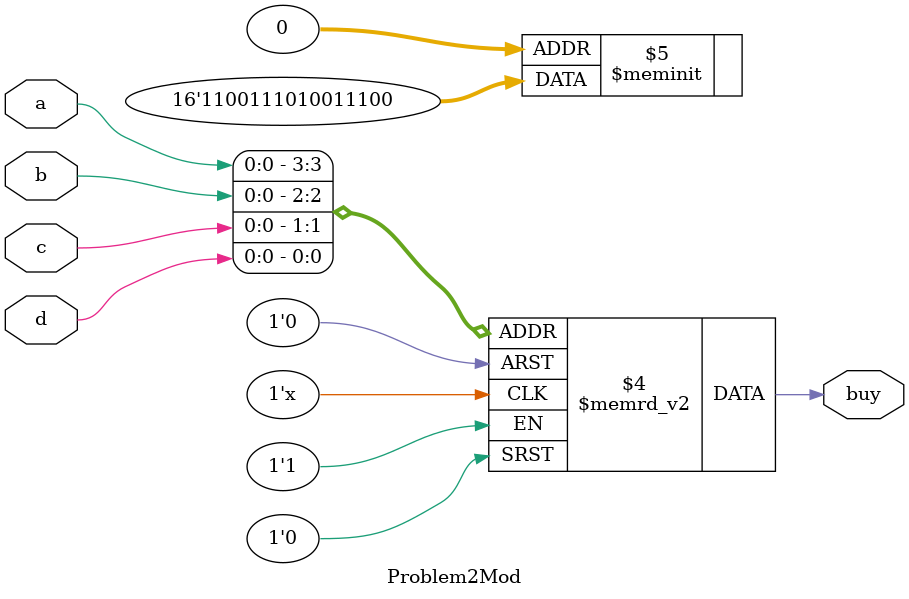
<source format=v>
`timescale 1ns / 1ps


module Problem2Mod(
    input a,
    input b,
    input c,
    input d,
    output reg buy
    );
    always @(a or b or c or d)
        case({a,b,c,d})
            4'b0100:buy=1;
            4'b0011:buy=1;
            4'b1001:buy=1;
            4'b1110:buy=1;
            4'b0010:buy=1;
            4'b0011:buy=1;
            4'b1011:buy=1;
            4'b0111:buy=1;
            4'b1010:buy=1;
            4'b0010:buy=1;
            4'b1111:buy=1;
            default:buy=0;
        endcase
endmodule

</source>
